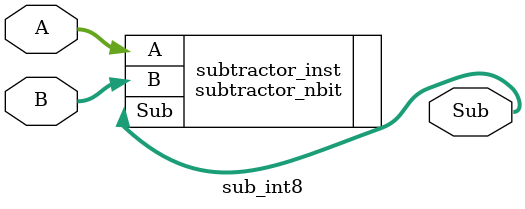
<source format=v>

module sub_int8 #(
    parameter WIDTH = 8
)(
    input [WIDTH-1:0] A,
    input [WIDTH-1:0] B,
    output [WIDTH-1:0] Sub
);
    subtractor_nbit #(
        .WIDTH(WIDTH)
    ) subtractor_inst (
        .A(A),
        .B(B),
        .Sub(Sub)
    );
endmodule

</source>
